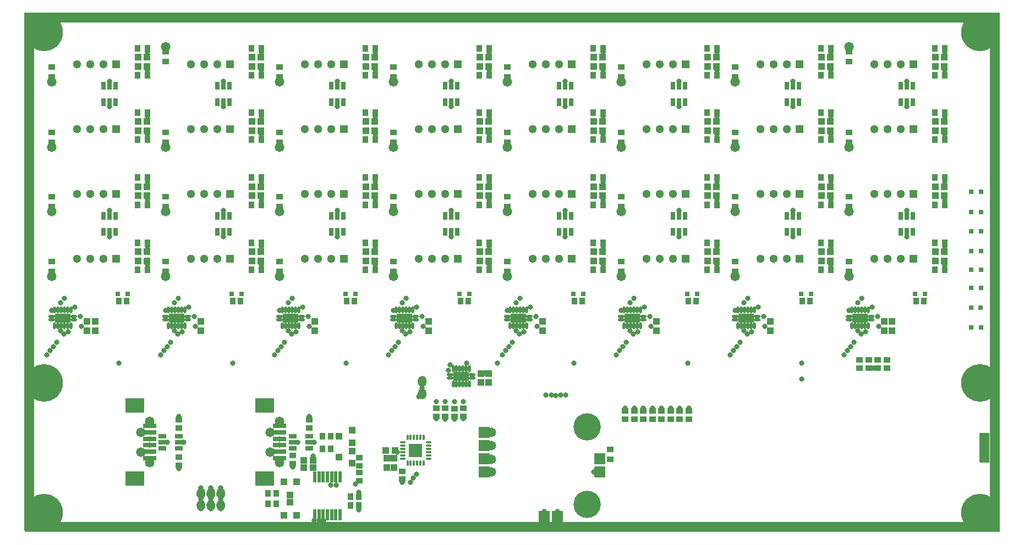
<source format=gts>
G04*
G04 #@! TF.GenerationSoftware,Altium Limited,Altium Designer,22.9.1 (49)*
G04*
G04 Layer_Color=8388736*
%FSLAX25Y25*%
%MOIN*%
G70*
G04*
G04 #@! TF.SameCoordinates,EA2DCB70-2D32-4E2D-AF08-B15159FC065B*
G04*
G04*
G04 #@! TF.FilePolarity,Negative*
G04*
G01*
G75*
%ADD12C,0.00500*%
%ADD17R,0.03150X0.03150*%
%ADD27C,0.00394*%
%ADD28C,0.01181*%
G04:AMPARAMS|DCode=31|XSize=10.63mil|YSize=33.47mil|CornerRadius=5.32mil|HoleSize=0mil|Usage=FLASHONLY|Rotation=90.000|XOffset=0mil|YOffset=0mil|HoleType=Round|Shape=RoundedRectangle|*
%AMROUNDEDRECTD31*
21,1,0.01063,0.02284,0,0,90.0*
21,1,0.00000,0.03347,0,0,90.0*
1,1,0.01063,0.01142,0.00000*
1,1,0.01063,0.01142,0.00000*
1,1,0.01063,-0.01142,0.00000*
1,1,0.01063,-0.01142,0.00000*
%
%ADD31ROUNDEDRECTD31*%
G04:AMPARAMS|DCode=32|XSize=33.47mil|YSize=10.63mil|CornerRadius=5.32mil|HoleSize=0mil|Usage=FLASHONLY|Rotation=90.000|XOffset=0mil|YOffset=0mil|HoleType=Round|Shape=RoundedRectangle|*
%AMROUNDEDRECTD32*
21,1,0.03347,0.00000,0,0,90.0*
21,1,0.02284,0.01063,0,0,90.0*
1,1,0.01063,0.00000,0.01142*
1,1,0.01063,0.00000,-0.01142*
1,1,0.01063,0.00000,-0.01142*
1,1,0.01063,0.00000,0.01142*
%
%ADD32ROUNDEDRECTD32*%
%ADD39R,0.08280X0.03162*%
%ADD40R,0.11824X0.09068*%
%ADD41R,0.06800X0.06800*%
%ADD42R,0.06800X0.06800*%
%ADD43R,0.04343X0.03556*%
%ADD44R,0.03753X0.04147*%
%ADD45R,0.04343X0.03950*%
%ADD46R,0.03950X0.04343*%
%ADD47R,0.04147X0.03753*%
%ADD48R,0.02200X0.06600*%
%ADD49R,0.03950X0.04343*%
%ADD50R,0.08268X0.08268*%
%ADD51R,0.05131X0.03162*%
%ADD52O,0.01981X0.04147*%
%ADD53O,0.04147X0.01981*%
%ADD54R,0.09265X0.05328*%
%ADD55R,0.03556X0.04343*%
%ADD56R,0.03162X0.05131*%
%ADD57R,0.04343X0.03950*%
%ADD58C,0.16548*%
%ADD59C,0.05118*%
%ADD60R,0.05118X0.05118*%
%ADD61C,0.03162*%
%ADD62C,0.22847*%
%ADD63C,0.05800*%
G36*
X591000Y0D02*
X653D01*
X462Y462D01*
X0Y653D01*
Y315000D01*
X591000D01*
Y0D01*
D02*
G37*
%LPC*%
G36*
X585000Y309000D02*
X6000D01*
Y6000D01*
X585000D01*
Y309000D01*
D02*
G37*
%LPD*%
G36*
X243378Y92772D02*
X243303Y89692D01*
X242000Y88389D01*
X240000D01*
X238652Y89736D01*
Y92811D01*
X239893Y94389D01*
X242107D01*
X243378Y92772D01*
D02*
G37*
G36*
X243367Y85526D02*
Y82452D01*
X242126Y80874D01*
X239913D01*
X238641Y82491D01*
X238716Y85571D01*
X240020Y86874D01*
X242020D01*
X243367Y85526D01*
D02*
G37*
G36*
X584500Y42000D02*
X578517D01*
Y60000D01*
X584500D01*
Y42000D01*
D02*
G37*
G36*
X121367Y25026D02*
Y21952D01*
X120126Y20374D01*
X117913D01*
X116641Y21991D01*
X116716Y25071D01*
X118020Y26374D01*
X120020D01*
X121367Y25026D01*
D02*
G37*
G36*
X115367D02*
Y21952D01*
X114126Y20374D01*
X111913D01*
X110641Y21991D01*
X110716Y25071D01*
X112020Y26374D01*
X114020D01*
X115367Y25026D01*
D02*
G37*
G36*
X109367D02*
Y21952D01*
X108126Y20374D01*
X105913D01*
X104641Y21991D01*
X104716Y25071D01*
X106020Y26374D01*
X108020D01*
X109367Y25026D01*
D02*
G37*
G36*
X121359Y17548D02*
X121284Y14468D01*
X119980Y13165D01*
X117980D01*
X116633Y14513D01*
Y17587D01*
X117874Y19165D01*
X120087D01*
X121359Y17548D01*
D02*
G37*
G36*
X115359D02*
X115284Y14468D01*
X113980Y13165D01*
X111980D01*
X110633Y14513D01*
Y17587D01*
X111874Y19165D01*
X114087D01*
X115359Y17548D01*
D02*
G37*
G36*
X109359D02*
X109284Y14468D01*
X107980Y13165D01*
X105980D01*
X104633Y14513D01*
Y17587D01*
X105874Y19165D01*
X108087D01*
X109359Y17548D01*
D02*
G37*
D12*
X110672Y22613D02*
G03*
X115367Y22613I2348J111D01*
G01*
Y23885D02*
G03*
X110672Y23885I-2348J137D01*
G01*
X115328Y16926D02*
G03*
X110633Y16926I-2348J-111D01*
G01*
Y15654D02*
G03*
X115328Y15654I2348J-137D01*
G01*
X116672Y22613D02*
G03*
X121367Y22613I2348J111D01*
G01*
Y23885D02*
G03*
X116672Y23885I-2348J137D01*
G01*
X121328Y16926D02*
G03*
X116633Y16926I-2348J-111D01*
G01*
Y15654D02*
G03*
X121328Y15654I2348J-137D01*
G01*
X109328Y16926D02*
G03*
X104633Y16926I-2348J-111D01*
G01*
Y15654D02*
G03*
X109328Y15654I2348J-137D01*
G01*
X104672Y22613D02*
G03*
X109367Y22613I2348J111D01*
G01*
Y23885D02*
G03*
X104672Y23885I-2348J137D01*
G01*
X238672Y83113D02*
G03*
X243367Y83113I2348J111D01*
G01*
Y84385D02*
G03*
X238672Y84385I-2348J137D01*
G01*
X243348Y92150D02*
G03*
X238652Y92150I-2348J-111D01*
G01*
Y90878D02*
G03*
X243348Y90878I2348J-137D01*
G01*
X110672Y22613D02*
Y23885D01*
X115367Y22613D02*
Y23885D01*
X115328Y15654D02*
Y16926D01*
X110633Y15654D02*
Y16926D01*
X116672Y22613D02*
Y23885D01*
X121367Y22613D02*
Y23885D01*
X121328Y15654D02*
Y16926D01*
X116633Y15654D02*
Y16926D01*
X109328Y15654D02*
Y16926D01*
X104633Y15654D02*
Y16926D01*
X104672Y22613D02*
Y23885D01*
X109367Y22613D02*
Y23885D01*
X238672Y83113D02*
Y84385D01*
X243367Y83113D02*
Y84385D01*
X243348Y90878D02*
Y92149D01*
X238652Y90878D02*
Y92149D01*
D17*
X573528Y206500D02*
D03*
X579433D02*
D03*
X573528Y194000D02*
D03*
X579433D02*
D03*
X573528Y170500D02*
D03*
X579433D02*
D03*
X573528Y159000D02*
D03*
X579433D02*
D03*
X573528Y124000D02*
D03*
X579433D02*
D03*
X573528Y148000D02*
D03*
X579433D02*
D03*
X573528Y182500D02*
D03*
X579433D02*
D03*
X573480Y136000D02*
D03*
X579386D02*
D03*
X545406Y144491D02*
D03*
X539500D02*
D03*
X62406Y144492D02*
D03*
X56500D02*
D03*
X131406D02*
D03*
X125500D02*
D03*
X200406D02*
D03*
X194500D02*
D03*
X269406D02*
D03*
X263500D02*
D03*
X338406D02*
D03*
X332500D02*
D03*
X407406D02*
D03*
X401500D02*
D03*
X476406D02*
D03*
X470500D02*
D03*
D27*
X113020Y21243D02*
D03*
X112980Y18296D02*
D03*
X119020Y21243D02*
D03*
X118980Y18296D02*
D03*
X106980D02*
D03*
X107020Y21243D02*
D03*
X241020Y81743D02*
D03*
X241000Y93520D02*
D03*
D28*
X113000Y24020D02*
D03*
Y15520D02*
D03*
X119000Y24020D02*
D03*
Y15520D02*
D03*
X107000D02*
D03*
Y24020D02*
D03*
X241000Y84520D02*
D03*
X241020Y90743D02*
D03*
D31*
X229224Y44598D02*
D03*
Y46567D02*
D03*
Y48535D02*
D03*
Y50504D02*
D03*
Y52472D02*
D03*
Y54441D02*
D03*
X244776D02*
D03*
Y52472D02*
D03*
Y50504D02*
D03*
Y48535D02*
D03*
Y46567D02*
D03*
Y44598D02*
D03*
D32*
X232079Y57295D02*
D03*
X234047D02*
D03*
X236016D02*
D03*
X237984D02*
D03*
X239953D02*
D03*
X241921D02*
D03*
Y41744D02*
D03*
X239953D02*
D03*
X237984D02*
D03*
X236016D02*
D03*
X234047D02*
D03*
X232079D02*
D03*
D39*
X75980Y52649D02*
D03*
Y60523D02*
D03*
Y44775D02*
D03*
Y64461D02*
D03*
Y48712D02*
D03*
Y56586D02*
D03*
X154720Y52649D02*
D03*
Y60523D02*
D03*
Y44775D02*
D03*
Y64461D02*
D03*
Y48712D02*
D03*
Y56586D02*
D03*
D40*
X66728Y76862D02*
D03*
Y32374D02*
D03*
X145468Y76862D02*
D03*
Y32374D02*
D03*
D41*
X323000Y9520D02*
D03*
X315000D02*
D03*
D42*
X278606Y36307D02*
D03*
Y44307D02*
D03*
Y52307D02*
D03*
Y60307D02*
D03*
X348394Y44307D02*
D03*
Y36307D02*
D03*
D43*
X355000Y44067D02*
D03*
Y49972D02*
D03*
X430500Y281972D02*
D03*
Y276067D02*
D03*
Y203472D02*
D03*
Y197567D02*
D03*
Y242472D02*
D03*
Y236567D02*
D03*
Y163972D02*
D03*
Y158067D02*
D03*
X223500Y281972D02*
D03*
Y276067D02*
D03*
Y203472D02*
D03*
Y197567D02*
D03*
Y242472D02*
D03*
Y236567D02*
D03*
Y163972D02*
D03*
Y158067D02*
D03*
X16500Y281972D02*
D03*
Y276067D02*
D03*
Y203472D02*
D03*
Y197567D02*
D03*
Y242472D02*
D03*
Y236567D02*
D03*
Y163972D02*
D03*
Y158067D02*
D03*
X499500Y285614D02*
D03*
Y291520D02*
D03*
Y203472D02*
D03*
Y197567D02*
D03*
Y242472D02*
D03*
Y236567D02*
D03*
Y163972D02*
D03*
Y158067D02*
D03*
X361500Y242472D02*
D03*
Y236567D02*
D03*
Y163972D02*
D03*
Y158067D02*
D03*
Y281972D02*
D03*
Y276067D02*
D03*
Y203472D02*
D03*
Y197567D02*
D03*
X292500Y242472D02*
D03*
Y236567D02*
D03*
Y163972D02*
D03*
Y158067D02*
D03*
Y281972D02*
D03*
Y276067D02*
D03*
Y203472D02*
D03*
Y197567D02*
D03*
X154500Y242472D02*
D03*
Y236567D02*
D03*
Y163972D02*
D03*
Y158067D02*
D03*
Y281972D02*
D03*
Y276067D02*
D03*
Y203472D02*
D03*
Y197567D02*
D03*
X85500Y242472D02*
D03*
Y236567D02*
D03*
Y163972D02*
D03*
Y158067D02*
D03*
X85500Y285567D02*
D03*
Y291472D02*
D03*
X85500Y203472D02*
D03*
Y197567D02*
D03*
D44*
X185461Y58020D02*
D03*
X180539D02*
D03*
X185461Y50520D02*
D03*
X180539D02*
D03*
X152461Y17020D02*
D03*
X147539D02*
D03*
X152461Y23520D02*
D03*
X147539D02*
D03*
X57071Y139980D02*
D03*
X61992D02*
D03*
X126071D02*
D03*
X130992D02*
D03*
X195071D02*
D03*
X199992D02*
D03*
X264071D02*
D03*
X268992D02*
D03*
X333071D02*
D03*
X337992D02*
D03*
X402071D02*
D03*
X406992D02*
D03*
X471071D02*
D03*
X475992D02*
D03*
X540071Y139979D02*
D03*
X544992D02*
D03*
X202461Y16020D02*
D03*
X197539D02*
D03*
X202461Y21520D02*
D03*
X197539D02*
D03*
D45*
X198437Y54279D02*
D03*
Y61760D02*
D03*
X190563Y58020D02*
D03*
X198437Y41779D02*
D03*
Y49260D02*
D03*
X190563Y45520D02*
D03*
D46*
X164740Y30394D02*
D03*
X157260D02*
D03*
X161000Y22520D02*
D03*
X157260Y10083D02*
D03*
X164740D02*
D03*
X161000Y17957D02*
D03*
D47*
X506000Y99559D02*
D03*
Y104480D02*
D03*
X522500Y99559D02*
D03*
Y104480D02*
D03*
X517000Y99559D02*
D03*
Y104480D02*
D03*
X511500Y99559D02*
D03*
Y104480D02*
D03*
X266000Y70059D02*
D03*
Y74980D02*
D03*
X260500Y70020D02*
D03*
Y74941D02*
D03*
X364000Y73480D02*
D03*
Y68559D02*
D03*
X369500Y73480D02*
D03*
Y68559D02*
D03*
X375000Y73480D02*
D03*
Y68559D02*
D03*
X380500Y73480D02*
D03*
Y68559D02*
D03*
X386000Y73480D02*
D03*
Y68559D02*
D03*
X391500Y73480D02*
D03*
Y68559D02*
D03*
X397000Y73480D02*
D03*
Y68559D02*
D03*
X402500Y73480D02*
D03*
Y68559D02*
D03*
X93500Y45480D02*
D03*
Y40559D02*
D03*
X162500Y46480D02*
D03*
Y41559D02*
D03*
X93500Y63059D02*
D03*
Y67980D02*
D03*
X172500Y63059D02*
D03*
Y67980D02*
D03*
X229000Y36941D02*
D03*
Y32020D02*
D03*
X255000Y70059D02*
D03*
Y74980D02*
D03*
X249500Y70059D02*
D03*
Y74980D02*
D03*
X203000Y40059D02*
D03*
Y44980D02*
D03*
Y35980D02*
D03*
Y31059D02*
D03*
D48*
X175800Y10520D02*
D03*
X178400D02*
D03*
X180900D02*
D03*
X183500D02*
D03*
X186100D02*
D03*
X188600D02*
D03*
X191200D02*
D03*
Y33520D02*
D03*
X188600D02*
D03*
X186100D02*
D03*
X183500D02*
D03*
X180900D02*
D03*
X178400D02*
D03*
X175800D02*
D03*
D49*
X169244Y39020D02*
D03*
X174756D02*
D03*
X169244Y43520D02*
D03*
X174756D02*
D03*
X482744Y288020D02*
D03*
X488256D02*
D03*
X482744Y243520D02*
D03*
X488256D02*
D03*
X482744Y209520D02*
D03*
X488256D02*
D03*
X482744Y164520D02*
D03*
X488256D02*
D03*
X488256Y282520D02*
D03*
X482744D02*
D03*
X488256Y249020D02*
D03*
X482744D02*
D03*
X488256Y204020D02*
D03*
X482744D02*
D03*
X488256Y170020D02*
D03*
X482744D02*
D03*
X275744Y288020D02*
D03*
X281256D02*
D03*
X275744Y243520D02*
D03*
X281256D02*
D03*
X275744Y209520D02*
D03*
X281256D02*
D03*
X275744Y164520D02*
D03*
X281256D02*
D03*
X281256Y282520D02*
D03*
X275744D02*
D03*
X281256Y249020D02*
D03*
X275744D02*
D03*
X281256Y204020D02*
D03*
X275744D02*
D03*
X281256Y170020D02*
D03*
X275744D02*
D03*
X68744Y288020D02*
D03*
X74256D02*
D03*
X68744Y243520D02*
D03*
X74256D02*
D03*
X68744Y209520D02*
D03*
X74256D02*
D03*
X68744Y164520D02*
D03*
X74256D02*
D03*
X74256Y282520D02*
D03*
X68744D02*
D03*
X74256Y249020D02*
D03*
X68744D02*
D03*
X74256Y204020D02*
D03*
X68744D02*
D03*
X74256Y170020D02*
D03*
X68744D02*
D03*
X551744Y288020D02*
D03*
X557256D02*
D03*
X551744Y243520D02*
D03*
X557256D02*
D03*
X551744Y209520D02*
D03*
X557256D02*
D03*
X551744Y164520D02*
D03*
X557256D02*
D03*
Y282520D02*
D03*
X551744D02*
D03*
X557256Y249020D02*
D03*
X551744D02*
D03*
X557256Y204020D02*
D03*
X551744D02*
D03*
X557256Y170020D02*
D03*
X551744D02*
D03*
X218988Y49520D02*
D03*
X224500D02*
D03*
X419256Y282520D02*
D03*
X413744D02*
D03*
X419256Y249020D02*
D03*
X413744D02*
D03*
X419256Y204020D02*
D03*
X413744D02*
D03*
X419256Y170020D02*
D03*
X413744D02*
D03*
X413744Y288020D02*
D03*
X419256D02*
D03*
X413744Y243520D02*
D03*
X419256D02*
D03*
X413744Y209520D02*
D03*
X419256D02*
D03*
X413744Y164520D02*
D03*
X419256D02*
D03*
X350256Y282520D02*
D03*
X344744D02*
D03*
X350256Y249020D02*
D03*
X344744D02*
D03*
X350256Y204020D02*
D03*
X344744D02*
D03*
X350256Y170020D02*
D03*
X344744D02*
D03*
X344744Y288020D02*
D03*
X350256D02*
D03*
X344744Y243520D02*
D03*
X350256D02*
D03*
X344744Y209520D02*
D03*
X350256D02*
D03*
X344744Y164520D02*
D03*
X350256D02*
D03*
X212256Y282520D02*
D03*
X206744D02*
D03*
X212256Y249020D02*
D03*
X206744D02*
D03*
X212256Y204020D02*
D03*
X206744D02*
D03*
X212256Y170020D02*
D03*
X206744D02*
D03*
X206744Y288020D02*
D03*
X212256D02*
D03*
X206744Y243520D02*
D03*
X212256D02*
D03*
X206744Y209520D02*
D03*
X212256D02*
D03*
X206744Y164520D02*
D03*
X212256D02*
D03*
X143256Y282520D02*
D03*
X137744D02*
D03*
X143256Y249020D02*
D03*
X137744D02*
D03*
X143256Y204020D02*
D03*
X137744D02*
D03*
X143256Y170020D02*
D03*
X137744D02*
D03*
X137744Y288020D02*
D03*
X143256D02*
D03*
X137744Y243520D02*
D03*
X143256D02*
D03*
X137744Y209520D02*
D03*
X143256D02*
D03*
X137744Y164520D02*
D03*
X143256D02*
D03*
D50*
X237000Y49520D02*
D03*
D51*
X83579Y58260D02*
D03*
Y54520D02*
D03*
Y50779D02*
D03*
X93421D02*
D03*
Y54520D02*
D03*
Y58260D02*
D03*
X162579Y58260D02*
D03*
Y54520D02*
D03*
Y50779D02*
D03*
X172421D02*
D03*
Y54520D02*
D03*
Y58260D02*
D03*
D52*
X442095Y134645D02*
D03*
X440126D02*
D03*
X438158D02*
D03*
X436189D02*
D03*
X434221D02*
D03*
X432252D02*
D03*
Y125197D02*
D03*
X434221D02*
D03*
X436189D02*
D03*
X438158D02*
D03*
X440126D02*
D03*
X442095D02*
D03*
X511094Y134646D02*
D03*
X509126D02*
D03*
X507157D02*
D03*
X505189D02*
D03*
X503220D02*
D03*
X501252D02*
D03*
Y125197D02*
D03*
X503220D02*
D03*
X505189D02*
D03*
X507157D02*
D03*
X509126D02*
D03*
X511094D02*
D03*
X235094Y134646D02*
D03*
X233126D02*
D03*
X231157D02*
D03*
X229189D02*
D03*
X227220D02*
D03*
X225252D02*
D03*
Y125197D02*
D03*
X227220D02*
D03*
X229189D02*
D03*
X231157D02*
D03*
X233126D02*
D03*
X235094D02*
D03*
X304094Y134646D02*
D03*
X302126D02*
D03*
X300157D02*
D03*
X298189D02*
D03*
X296220D02*
D03*
X294252D02*
D03*
Y125197D02*
D03*
X296220D02*
D03*
X298189D02*
D03*
X300157D02*
D03*
X302126D02*
D03*
X304094D02*
D03*
X28095Y134646D02*
D03*
X26126D02*
D03*
X24158D02*
D03*
X22189D02*
D03*
X20221D02*
D03*
X18252D02*
D03*
Y125197D02*
D03*
X20221D02*
D03*
X22189D02*
D03*
X24158D02*
D03*
X26126D02*
D03*
X28095D02*
D03*
X373095Y134645D02*
D03*
X371126D02*
D03*
X369158D02*
D03*
X367189D02*
D03*
X365220D02*
D03*
X363252D02*
D03*
Y125197D02*
D03*
X365220D02*
D03*
X367189D02*
D03*
X369158D02*
D03*
X371126D02*
D03*
X373095D02*
D03*
X97095Y134646D02*
D03*
X95126D02*
D03*
X93158D02*
D03*
X91189D02*
D03*
X89220D02*
D03*
X87252D02*
D03*
Y125197D02*
D03*
X89220D02*
D03*
X91189D02*
D03*
X93158D02*
D03*
X95126D02*
D03*
X97095D02*
D03*
X166094Y134646D02*
D03*
X164126D02*
D03*
X162157D02*
D03*
X160189D02*
D03*
X158220D02*
D03*
X156252D02*
D03*
Y125197D02*
D03*
X158220D02*
D03*
X160189D02*
D03*
X162157D02*
D03*
X164126D02*
D03*
X166094D02*
D03*
X269595Y99212D02*
D03*
X267626D02*
D03*
X265657D02*
D03*
X263689D02*
D03*
X261720D02*
D03*
X259752D02*
D03*
Y89764D02*
D03*
X261720D02*
D03*
X263689D02*
D03*
X265657D02*
D03*
X267626D02*
D03*
X269595D02*
D03*
D53*
X430480Y130905D02*
D03*
Y128937D02*
D03*
X443866D02*
D03*
Y130905D02*
D03*
X499480Y130905D02*
D03*
Y128937D02*
D03*
X512866D02*
D03*
Y130905D02*
D03*
X223480Y130905D02*
D03*
Y128937D02*
D03*
X236866D02*
D03*
Y130905D02*
D03*
X292480D02*
D03*
Y128937D02*
D03*
X305866D02*
D03*
Y130905D02*
D03*
X16480Y130905D02*
D03*
Y128937D02*
D03*
X29866D02*
D03*
Y130905D02*
D03*
X361480Y130905D02*
D03*
Y128937D02*
D03*
X374866D02*
D03*
Y130905D02*
D03*
X85480Y130905D02*
D03*
Y128937D02*
D03*
X98866D02*
D03*
Y130905D02*
D03*
X154480Y130905D02*
D03*
Y128937D02*
D03*
X167866D02*
D03*
Y130905D02*
D03*
X257980Y95472D02*
D03*
Y93504D02*
D03*
X271366D02*
D03*
Y95472D02*
D03*
D54*
X437173Y129921D02*
D03*
X506173Y129921D02*
D03*
X230173Y129921D02*
D03*
X299173D02*
D03*
X23173Y129921D02*
D03*
X368173Y129921D02*
D03*
X92173Y129921D02*
D03*
X161173Y129921D02*
D03*
X264673Y94488D02*
D03*
D55*
X488453Y293520D02*
D03*
X482547D02*
D03*
X488453Y215020D02*
D03*
X482547D02*
D03*
X488453Y238020D02*
D03*
X482547D02*
D03*
X488453Y159020D02*
D03*
X482547D02*
D03*
X488453Y277020D02*
D03*
X482547D02*
D03*
X488453Y198520D02*
D03*
X482547D02*
D03*
X488453Y254520D02*
D03*
X482547D02*
D03*
X488453Y175520D02*
D03*
X482547D02*
D03*
X281453Y293520D02*
D03*
X275547D02*
D03*
X281453Y215020D02*
D03*
X275547D02*
D03*
X281453Y238020D02*
D03*
X275547D02*
D03*
X281453Y159020D02*
D03*
X275547D02*
D03*
X281453Y277020D02*
D03*
X275547D02*
D03*
X281453Y198520D02*
D03*
X275547D02*
D03*
X281453Y254520D02*
D03*
X275547D02*
D03*
X281453Y175520D02*
D03*
X275547D02*
D03*
X74453Y293520D02*
D03*
X68547D02*
D03*
X74453Y215020D02*
D03*
X68547D02*
D03*
X74453Y238020D02*
D03*
X68547D02*
D03*
X74453Y159020D02*
D03*
X68547D02*
D03*
X74453Y277020D02*
D03*
X68547D02*
D03*
X74453Y198520D02*
D03*
X68547D02*
D03*
X74453Y254520D02*
D03*
X68547D02*
D03*
X74453Y175520D02*
D03*
X68547D02*
D03*
X557453Y293520D02*
D03*
X551547D02*
D03*
X557453Y215020D02*
D03*
X551547D02*
D03*
X557453Y238020D02*
D03*
X551547D02*
D03*
X557453Y159020D02*
D03*
X551547D02*
D03*
X557453Y277020D02*
D03*
X551547D02*
D03*
X557453Y198520D02*
D03*
X551547D02*
D03*
X557453Y254520D02*
D03*
X551547D02*
D03*
X557453Y175520D02*
D03*
X551547D02*
D03*
X419453Y254520D02*
D03*
X413547D02*
D03*
X419453Y175520D02*
D03*
X413547D02*
D03*
X419453Y277020D02*
D03*
X413547D02*
D03*
X419453Y198520D02*
D03*
X413547D02*
D03*
X419453Y238020D02*
D03*
X413547D02*
D03*
X419453Y159020D02*
D03*
X413547D02*
D03*
X419453Y293520D02*
D03*
X413547D02*
D03*
X419453Y215020D02*
D03*
X413547D02*
D03*
X350453Y254520D02*
D03*
X344547D02*
D03*
X350453Y175520D02*
D03*
X344547D02*
D03*
X350453Y277020D02*
D03*
X344547D02*
D03*
X350453Y198520D02*
D03*
X344547D02*
D03*
X350453Y238020D02*
D03*
X344547D02*
D03*
X350453Y159020D02*
D03*
X344547D02*
D03*
X350453Y293520D02*
D03*
X344547D02*
D03*
X350453Y215020D02*
D03*
X344547D02*
D03*
X212453Y254520D02*
D03*
X206547D02*
D03*
X212453Y175520D02*
D03*
X206547D02*
D03*
X212453Y277020D02*
D03*
X206547D02*
D03*
X212453Y198520D02*
D03*
X206547D02*
D03*
X212453Y238020D02*
D03*
X206547D02*
D03*
X212453Y159020D02*
D03*
X206547D02*
D03*
X212453Y293520D02*
D03*
X206547D02*
D03*
X212453Y215020D02*
D03*
X206547D02*
D03*
X143453Y254520D02*
D03*
X137547D02*
D03*
X143453Y175520D02*
D03*
X137547D02*
D03*
X143453Y277020D02*
D03*
X137547D02*
D03*
X143453Y198520D02*
D03*
X137547D02*
D03*
X143453Y238020D02*
D03*
X137547D02*
D03*
X143453Y159020D02*
D03*
X137547D02*
D03*
X143453Y293520D02*
D03*
X137547D02*
D03*
X143453Y215020D02*
D03*
X137547D02*
D03*
D56*
X461779Y260827D02*
D03*
X465520D02*
D03*
X469260D02*
D03*
Y270669D02*
D03*
X465520D02*
D03*
X461779D02*
D03*
Y182087D02*
D03*
X465520D02*
D03*
X469260D02*
D03*
Y191929D02*
D03*
X465520D02*
D03*
X461779D02*
D03*
X254780Y260827D02*
D03*
X258520D02*
D03*
X262260D02*
D03*
Y270669D02*
D03*
X258520D02*
D03*
X254780D02*
D03*
Y182087D02*
D03*
X258520D02*
D03*
X262260D02*
D03*
Y191929D02*
D03*
X258520D02*
D03*
X254780D02*
D03*
X47780Y260827D02*
D03*
X51520D02*
D03*
X55260D02*
D03*
Y270669D02*
D03*
X51520D02*
D03*
X47780D02*
D03*
Y182087D02*
D03*
X51520D02*
D03*
X55260D02*
D03*
Y191929D02*
D03*
X51520D02*
D03*
X47780D02*
D03*
X530780Y260827D02*
D03*
X534520D02*
D03*
X538260D02*
D03*
Y270669D02*
D03*
X534520D02*
D03*
X530780D02*
D03*
Y182087D02*
D03*
X534520D02*
D03*
X538260D02*
D03*
Y191929D02*
D03*
X534520D02*
D03*
X530780D02*
D03*
X392780Y260827D02*
D03*
X396520D02*
D03*
X400260D02*
D03*
Y270669D02*
D03*
X396520D02*
D03*
X392780D02*
D03*
Y182087D02*
D03*
X396520D02*
D03*
X400260D02*
D03*
Y191929D02*
D03*
X396520D02*
D03*
X392780D02*
D03*
X323780Y260827D02*
D03*
X327520D02*
D03*
X331260D02*
D03*
Y270669D02*
D03*
X327520D02*
D03*
X323780D02*
D03*
Y182087D02*
D03*
X327520D02*
D03*
X331260D02*
D03*
Y191929D02*
D03*
X327520D02*
D03*
X323780D02*
D03*
X185780Y260827D02*
D03*
X189520D02*
D03*
X193260D02*
D03*
Y270669D02*
D03*
X189520D02*
D03*
X185780D02*
D03*
Y182087D02*
D03*
X189520D02*
D03*
X193260D02*
D03*
Y191929D02*
D03*
X189520D02*
D03*
X185780D02*
D03*
X116780Y260827D02*
D03*
X120520D02*
D03*
X124260D02*
D03*
Y270669D02*
D03*
X120520D02*
D03*
X116780D02*
D03*
Y182087D02*
D03*
X120520D02*
D03*
X124260D02*
D03*
Y191929D02*
D03*
X120520D02*
D03*
X116780D02*
D03*
D57*
X219500Y39264D02*
D03*
Y44776D02*
D03*
X224000Y39264D02*
D03*
Y44776D02*
D03*
X281280Y96275D02*
D03*
Y90764D02*
D03*
X276500Y96260D02*
D03*
Y90748D02*
D03*
X525500Y122264D02*
D03*
Y127776D02*
D03*
X43000Y122264D02*
D03*
Y127776D02*
D03*
X245000Y122264D02*
D03*
Y127776D02*
D03*
X521000Y122264D02*
D03*
Y127776D02*
D03*
X314000Y122264D02*
D03*
Y127776D02*
D03*
X38000Y122264D02*
D03*
Y127776D02*
D03*
X383000Y122264D02*
D03*
Y127776D02*
D03*
X107000Y122264D02*
D03*
Y127776D02*
D03*
X452000Y122264D02*
D03*
Y127776D02*
D03*
X176000Y122264D02*
D03*
Y127776D02*
D03*
D58*
X341000Y63913D02*
D03*
Y16913D02*
D03*
D59*
X446031Y283858D02*
D03*
X453905D02*
D03*
X461779D02*
D03*
X446031Y244488D02*
D03*
X453905D02*
D03*
X461779D02*
D03*
X446031Y205118D02*
D03*
X453905D02*
D03*
X461779D02*
D03*
X446031Y165748D02*
D03*
X453905D02*
D03*
X461779D02*
D03*
X239031Y283858D02*
D03*
X246905D02*
D03*
X254779D02*
D03*
X239031Y244488D02*
D03*
X246905D02*
D03*
X254779D02*
D03*
X239031Y205118D02*
D03*
X246905D02*
D03*
X254779D02*
D03*
X239031Y165748D02*
D03*
X246905D02*
D03*
X254779D02*
D03*
X32032Y283858D02*
D03*
X39906D02*
D03*
X47780D02*
D03*
X32032Y244488D02*
D03*
X39906D02*
D03*
X47780D02*
D03*
X32032Y205118D02*
D03*
X39906D02*
D03*
X47780D02*
D03*
X32032Y165748D02*
D03*
X39906D02*
D03*
X47780D02*
D03*
X515032Y283858D02*
D03*
X522906D02*
D03*
X530780D02*
D03*
X515032Y244488D02*
D03*
X522906D02*
D03*
X530780D02*
D03*
X515032Y205118D02*
D03*
X522906D02*
D03*
X530780D02*
D03*
X515032Y165748D02*
D03*
X522906D02*
D03*
X530780D02*
D03*
X377032Y283858D02*
D03*
X384906D02*
D03*
X392780D02*
D03*
X377032Y244488D02*
D03*
X384906D02*
D03*
X392780D02*
D03*
X377032Y205118D02*
D03*
X384906D02*
D03*
X392780D02*
D03*
X377032Y165748D02*
D03*
X384906D02*
D03*
X392780D02*
D03*
X308032Y283858D02*
D03*
X315906D02*
D03*
X323780D02*
D03*
X308032Y244488D02*
D03*
X315906D02*
D03*
X323780D02*
D03*
X308032Y205118D02*
D03*
X315906D02*
D03*
X323780D02*
D03*
X308032Y165748D02*
D03*
X315906D02*
D03*
X323780D02*
D03*
X170032Y283858D02*
D03*
X177906D02*
D03*
X185780D02*
D03*
X170032Y244488D02*
D03*
X177906D02*
D03*
X185780D02*
D03*
X170032Y205118D02*
D03*
X177906D02*
D03*
X185780D02*
D03*
X170032Y165748D02*
D03*
X177906D02*
D03*
X185780D02*
D03*
X101032Y283858D02*
D03*
X108906D02*
D03*
X116780D02*
D03*
X101032Y244488D02*
D03*
X108906D02*
D03*
X116780D02*
D03*
X101032Y205118D02*
D03*
X108906D02*
D03*
X116780D02*
D03*
X101032Y165748D02*
D03*
X108906D02*
D03*
X116780D02*
D03*
D60*
X469653Y283858D02*
D03*
Y244488D02*
D03*
Y205118D02*
D03*
Y165748D02*
D03*
X262653Y283858D02*
D03*
Y244488D02*
D03*
Y205118D02*
D03*
Y165748D02*
D03*
X55654Y283858D02*
D03*
Y244488D02*
D03*
Y205118D02*
D03*
Y165748D02*
D03*
X538654Y283858D02*
D03*
Y244488D02*
D03*
Y205118D02*
D03*
Y165748D02*
D03*
X400654Y283858D02*
D03*
Y244488D02*
D03*
Y205118D02*
D03*
Y165748D02*
D03*
X331654Y283858D02*
D03*
Y244488D02*
D03*
Y205118D02*
D03*
Y165748D02*
D03*
X193654Y283858D02*
D03*
Y244488D02*
D03*
Y205118D02*
D03*
Y165748D02*
D03*
X124654Y283858D02*
D03*
Y244488D02*
D03*
Y205118D02*
D03*
Y165748D02*
D03*
D61*
X119000Y26648D02*
D03*
X112980Y26629D02*
D03*
X106980D02*
D03*
X172500Y70020D02*
D03*
X86500Y54520D02*
D03*
X162500Y39520D02*
D03*
X265776Y68744D02*
D03*
X324916Y83020D02*
D03*
X255000Y68520D02*
D03*
X260500D02*
D03*
X225879Y48338D02*
D03*
X471000Y92888D02*
D03*
X333000Y102520D02*
D03*
X319085Y83020D02*
D03*
X322000Y82935D02*
D03*
X316000Y83020D02*
D03*
X328000D02*
D03*
X402000Y102520D02*
D03*
X234000Y30020D02*
D03*
X235681Y32627D02*
D03*
X237500Y35020D02*
D03*
X195000Y102520D02*
D03*
X345000Y36520D02*
D03*
X315000Y12520D02*
D03*
X202500Y13520D02*
D03*
X323000Y12520D02*
D03*
X364000Y75020D02*
D03*
X375000D02*
D03*
X380500D02*
D03*
X386000D02*
D03*
X255000Y79020D02*
D03*
X266000D02*
D03*
X260500D02*
D03*
X249500D02*
D03*
X514179Y99488D02*
D03*
X496500Y107520D02*
D03*
X249470Y68701D02*
D03*
X257000Y98020D02*
D03*
X262000Y94520D02*
D03*
X402500Y75201D02*
D03*
X391500Y75020D02*
D03*
X397000D02*
D03*
X369500D02*
D03*
X57071Y102591D02*
D03*
X126071Y102520D02*
D03*
X286500D02*
D03*
X471000D02*
D03*
X189000Y28520D02*
D03*
X185500D02*
D03*
X229000Y30020D02*
D03*
X202500Y24020D02*
D03*
X239000Y82020D02*
D03*
X221750Y44776D02*
D03*
X200500Y29020D02*
D03*
X241000Y87520D02*
D03*
X279000Y96520D02*
D03*
X268000Y102520D02*
D03*
X257734Y101339D02*
D03*
X222681Y110020D02*
D03*
X224500Y112520D02*
D03*
X220500Y107520D02*
D03*
X13500D02*
D03*
X93500Y70020D02*
D03*
Y38520D02*
D03*
X119000Y14020D02*
D03*
X113000Y20020D02*
D03*
X107000D02*
D03*
Y14020D02*
D03*
X113000D02*
D03*
X119042Y19882D02*
D03*
X178413Y7023D02*
D03*
X181274Y6915D02*
D03*
X175500Y7020D02*
D03*
X175000Y46020D02*
D03*
X175500Y54520D02*
D03*
X165500D02*
D03*
X96500D02*
D03*
X75980Y52649D02*
D03*
X154720D02*
D03*
Y56586D02*
D03*
X75980D02*
D03*
X19500Y115020D02*
D03*
X88500D02*
D03*
X157500D02*
D03*
X226500D02*
D03*
X295500D02*
D03*
X364500D02*
D03*
X502500D02*
D03*
X17500Y112520D02*
D03*
X86500D02*
D03*
X155500D02*
D03*
X293500D02*
D03*
X362500D02*
D03*
X500500D02*
D03*
X15681Y110020D02*
D03*
X84681D02*
D03*
X153681D02*
D03*
X291681D02*
D03*
X360681D02*
D03*
X498681D02*
D03*
X82500Y107520D02*
D03*
X151500D02*
D03*
X289500D02*
D03*
X358500D02*
D03*
X427500D02*
D03*
X20500Y130020D02*
D03*
X16500Y134520D02*
D03*
X74500Y201520D02*
D03*
X34476Y124838D02*
D03*
X74500Y280020D02*
D03*
X30500Y136520D02*
D03*
X74500Y162020D02*
D03*
X26500Y121338D02*
D03*
X74500Y241020D02*
D03*
X21976Y139020D02*
D03*
X51500Y179020D02*
D03*
Y195020D02*
D03*
Y258020D02*
D03*
Y273520D02*
D03*
X74500Y173020D02*
D03*
X23976Y119988D02*
D03*
X74500Y252020D02*
D03*
X34000Y130701D02*
D03*
X74500Y212520D02*
D03*
X21819Y122020D02*
D03*
X74500Y291020D02*
D03*
X24157Y141812D02*
D03*
X89500Y130020D02*
D03*
X85500Y134520D02*
D03*
X143500Y201520D02*
D03*
X103476Y124838D02*
D03*
X143500Y280020D02*
D03*
X99500Y136520D02*
D03*
X143500Y162020D02*
D03*
X95500Y121338D02*
D03*
X143500Y241020D02*
D03*
X90976Y139020D02*
D03*
X120500Y179020D02*
D03*
Y195020D02*
D03*
Y258020D02*
D03*
Y273520D02*
D03*
X143500Y173020D02*
D03*
X92976Y119988D02*
D03*
X143500Y252020D02*
D03*
X103000Y130701D02*
D03*
X143500Y212520D02*
D03*
X90819Y122020D02*
D03*
X143500Y291020D02*
D03*
X93157Y141812D02*
D03*
X158500Y130020D02*
D03*
X154500Y134520D02*
D03*
X212500Y201520D02*
D03*
X172476Y124838D02*
D03*
X212500Y280020D02*
D03*
X168500Y136520D02*
D03*
X212500Y162020D02*
D03*
X164500Y121338D02*
D03*
X212500Y241020D02*
D03*
X159976Y139020D02*
D03*
X189500Y179020D02*
D03*
Y195020D02*
D03*
Y258020D02*
D03*
Y273520D02*
D03*
X212500Y173020D02*
D03*
X161976Y119988D02*
D03*
X212500Y252020D02*
D03*
X172000Y130701D02*
D03*
X212500Y212520D02*
D03*
X159819Y122020D02*
D03*
X212500Y291020D02*
D03*
X162157Y141812D02*
D03*
X227500Y130020D02*
D03*
X223500Y134520D02*
D03*
X281500Y201520D02*
D03*
X241476Y124838D02*
D03*
X281500Y280020D02*
D03*
X237500Y136520D02*
D03*
X281500Y162020D02*
D03*
X233500Y121338D02*
D03*
X281500Y241020D02*
D03*
X228976Y139020D02*
D03*
X258500Y179020D02*
D03*
Y195020D02*
D03*
Y258020D02*
D03*
Y273520D02*
D03*
X281500Y173020D02*
D03*
X230976Y119988D02*
D03*
X281500Y252020D02*
D03*
X241000Y130701D02*
D03*
X281500Y212520D02*
D03*
X228819Y122020D02*
D03*
X281500Y291020D02*
D03*
X231157Y141812D02*
D03*
X296500Y130020D02*
D03*
X292500Y134520D02*
D03*
X350500Y201520D02*
D03*
X310476Y124838D02*
D03*
X350500Y280020D02*
D03*
X306500Y136520D02*
D03*
X350500Y162020D02*
D03*
X302500Y121338D02*
D03*
X350500Y241020D02*
D03*
X297976Y139020D02*
D03*
X327500Y179020D02*
D03*
Y195020D02*
D03*
Y258020D02*
D03*
Y273520D02*
D03*
X350500Y173020D02*
D03*
X299976Y119988D02*
D03*
X350500Y252020D02*
D03*
X310000Y130701D02*
D03*
X350500Y212520D02*
D03*
X297819Y122020D02*
D03*
X350500Y291020D02*
D03*
X300157Y141812D02*
D03*
X365500Y130020D02*
D03*
X361500Y134520D02*
D03*
X419500Y201520D02*
D03*
X379476Y124838D02*
D03*
X419500Y280020D02*
D03*
X375500Y136520D02*
D03*
X419500Y162020D02*
D03*
X371500Y121338D02*
D03*
X419500Y241020D02*
D03*
X366976Y139020D02*
D03*
X396500Y179020D02*
D03*
Y195020D02*
D03*
Y258020D02*
D03*
Y273520D02*
D03*
X419500Y173020D02*
D03*
X368976Y119988D02*
D03*
X419500Y252020D02*
D03*
X379000Y130701D02*
D03*
X419500Y212520D02*
D03*
X366819Y122020D02*
D03*
X419500Y291020D02*
D03*
X369157Y141812D02*
D03*
X429681Y110020D02*
D03*
X431500Y112520D02*
D03*
X433500Y115020D02*
D03*
X434500Y130020D02*
D03*
X430500Y134520D02*
D03*
X488500Y201520D02*
D03*
X448476Y124838D02*
D03*
X488500Y280020D02*
D03*
X444500Y136520D02*
D03*
X488500Y162020D02*
D03*
X440500Y121338D02*
D03*
X488500Y241020D02*
D03*
X435976Y139020D02*
D03*
X465500Y179020D02*
D03*
Y195020D02*
D03*
Y258020D02*
D03*
Y273520D02*
D03*
X488500Y173020D02*
D03*
X437976Y119988D02*
D03*
X488500Y252020D02*
D03*
X448000Y130701D02*
D03*
X488500Y212520D02*
D03*
X435819Y122020D02*
D03*
X488500Y291020D02*
D03*
X438157Y141812D02*
D03*
X503500Y130020D02*
D03*
X513500Y136520D02*
D03*
X504976Y139020D02*
D03*
X517000Y130701D02*
D03*
X506976Y119988D02*
D03*
X509500Y121338D02*
D03*
X517476Y124838D02*
D03*
X507157Y141812D02*
D03*
X504819Y122020D02*
D03*
X499500Y134520D02*
D03*
X534500Y179020D02*
D03*
Y195020D02*
D03*
Y258020D02*
D03*
Y273520D02*
D03*
X557500Y162020D02*
D03*
Y173020D02*
D03*
Y291020D02*
D03*
Y280020D02*
D03*
Y252020D02*
D03*
Y241020D02*
D03*
Y212520D02*
D03*
Y201520D02*
D03*
D62*
X11811Y11811D02*
D03*
X578740Y303150D02*
D03*
Y90551D02*
D03*
Y11811D02*
D03*
X11811Y90551D02*
D03*
Y303150D02*
D03*
D63*
X283000Y52520D02*
D03*
Y36520D02*
D03*
Y44020D02*
D03*
Y60520D02*
D03*
X154500Y42020D02*
D03*
X76000Y67020D02*
D03*
Y42020D02*
D03*
X154500Y67020D02*
D03*
X149000Y60520D02*
D03*
Y48520D02*
D03*
X70500D02*
D03*
Y60520D02*
D03*
X499500Y294520D02*
D03*
X16500Y155020D02*
D03*
Y233520D02*
D03*
Y194520D02*
D03*
Y273020D02*
D03*
X85500Y155020D02*
D03*
Y233520D02*
D03*
Y194520D02*
D03*
Y294520D02*
D03*
X154500Y155020D02*
D03*
Y233520D02*
D03*
Y194520D02*
D03*
Y273020D02*
D03*
X223500Y155020D02*
D03*
Y233520D02*
D03*
Y194520D02*
D03*
Y273020D02*
D03*
X292500Y155020D02*
D03*
Y233520D02*
D03*
Y194520D02*
D03*
Y273020D02*
D03*
X361500Y155020D02*
D03*
Y233520D02*
D03*
Y194520D02*
D03*
Y273020D02*
D03*
X430500Y155020D02*
D03*
Y233520D02*
D03*
Y194520D02*
D03*
Y273020D02*
D03*
X499500Y233520D02*
D03*
Y194520D02*
D03*
Y155020D02*
D03*
M02*

</source>
